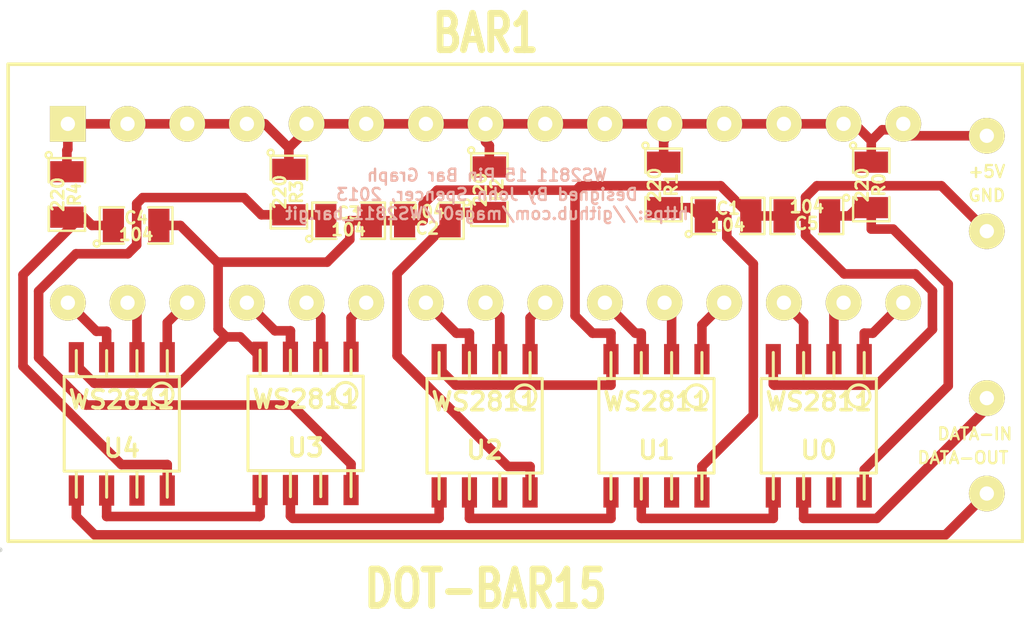
<source format=kicad_pcb>
(kicad_pcb (version 3) (host pcbnew "(2013-07-07 BZR 4022)-stable")

  (general
    (links 61)
    (no_connects 0)
    (area 83.7975 40.8716 126.969001 66.5084)
    (thickness 1.6)
    (drawings 2)
    (tracks 191)
    (zones 0)
    (modules 16)
    (nets 29)
  )

  (page A4)
  (title_block 
    (title "15 Pin Bar Graph")
    (rev 1.0)
    (company "John Spencer")
  )

  (layers
    (15 F.Cu signal)
    (0 B.Cu signal)
    (16 B.Adhes user)
    (17 F.Adhes user)
    (18 B.Paste user)
    (19 F.Paste user)
    (20 B.SilkS user)
    (21 F.SilkS user)
    (22 B.Mask user)
    (23 F.Mask user)
    (24 Dwgs.User user)
    (25 Cmts.User user)
    (26 Eco1.User user)
    (27 Eco2.User user)
    (28 Edge.Cuts user)
  )

  (setup
    (last_trace_width 0.4)
    (trace_clearance 0.254)
    (zone_clearance 0.508)
    (zone_45_only no)
    (trace_min 0.254)
    (segment_width 0.2)
    (edge_width 0.1)
    (via_size 0.889)
    (via_drill 0.635)
    (via_min_size 0.889)
    (via_min_drill 0.508)
    (uvia_size 0.508)
    (uvia_drill 0.127)
    (uvias_allowed no)
    (uvia_min_size 0.508)
    (uvia_min_drill 0.127)
    (pcb_text_width 0.3)
    (pcb_text_size 1.5 1.5)
    (mod_edge_width 0.15)
    (mod_text_size 1 1)
    (mod_text_width 0.15)
    (pad_size 1.5 1.5)
    (pad_drill 0.6)
    (pad_to_mask_clearance 0)
    (aux_axis_origin 83.8 63.7)
    (visible_elements 7FFFFFFF)
    (pcbplotparams
      (layerselection 3178497)
      (usegerberextensions true)
      (excludeedgelayer true)
      (linewidth 0.150000)
      (plotframeref false)
      (viasonmask false)
      (mode 1)
      (useauxorigin false)
      (hpglpennumber 1)
      (hpglpenspeed 20)
      (hpglpendiameter 15)
      (hpglpenoverlay 2)
      (psnegative false)
      (psa4output false)
      (plotreference true)
      (plotvalue true)
      (plotothertext true)
      (plotinvisibletext false)
      (padsonsilk false)
      (subtractmaskfromsilk false)
      (outputformat 1)
      (mirror false)
      (drillshape 1)
      (scaleselection 1)
      (outputdirectory ""))
  )

  (net 0 "")
  (net 1 +5V)
  (net 2 GND)
  (net 3 N-0000010)
  (net 4 N-0000011)
  (net 5 N-0000012)
  (net 6 N-0000013)
  (net 7 N-0000014)
  (net 8 N-0000015)
  (net 9 N-0000016)
  (net 10 N-0000017)
  (net 11 N-0000018)
  (net 12 N-0000019)
  (net 13 N-000002)
  (net 14 N-0000020)
  (net 15 N-0000021)
  (net 16 N-0000022)
  (net 17 N-0000023)
  (net 18 N-0000024)
  (net 19 N-0000026)
  (net 20 N-0000028)
  (net 21 N-000003)
  (net 22 N-0000031)
  (net 23 N-0000032)
  (net 24 N-000004)
  (net 25 N-000005)
  (net 26 N-000006)
  (net 27 N-000007)
  (net 28 N-000009)

  (net_class Default "This is the default net class."
    (clearance 0.254)
    (trace_width 0.4)
    (via_dia 0.889)
    (via_drill 0.635)
    (uvia_dia 0.508)
    (uvia_drill 0.127)
    (add_net "")
    (add_net +5V)
    (add_net GND)
    (add_net N-0000010)
    (add_net N-0000011)
    (add_net N-0000012)
    (add_net N-0000013)
    (add_net N-0000014)
    (add_net N-0000015)
    (add_net N-0000016)
    (add_net N-0000017)
    (add_net N-0000018)
    (add_net N-0000019)
    (add_net N-000002)
    (add_net N-0000020)
    (add_net N-0000021)
    (add_net N-0000022)
    (add_net N-0000023)
    (add_net N-0000024)
    (add_net N-0000026)
    (add_net N-0000028)
    (add_net N-000003)
    (add_net N-0000031)
    (add_net N-0000032)
    (add_net N-000004)
    (add_net N-000005)
    (add_net N-000006)
    (add_net N-000007)
    (add_net N-000009)
  )

  (module so-8 (layer F.Cu) (tedit 48A6C16E) (tstamp 52AD786E)
    (at 118.1 58.5 180)
    (descr SO-8)
    (path /52AD57E2)
    (attr smd)
    (fp_text reference U0 (at 0 -1.016 180) (layer F.SilkS)
      (effects (font (size 0.7493 0.7493) (thickness 0.14986)))
    )
    (fp_text value WS2811 (at 0 1.016 180) (layer F.SilkS)
      (effects (font (size 0.7493 0.7493) (thickness 0.14986)))
    )
    (fp_line (start -2.413 -1.9812) (end -2.413 1.9812) (layer F.SilkS) (width 0.127))
    (fp_line (start -2.413 1.9812) (end 2.413 1.9812) (layer F.SilkS) (width 0.127))
    (fp_line (start 2.413 1.9812) (end 2.413 -1.9812) (layer F.SilkS) (width 0.127))
    (fp_line (start 2.413 -1.9812) (end -2.413 -1.9812) (layer F.SilkS) (width 0.127))
    (fp_line (start -1.905 -1.9812) (end -1.905 -3.0734) (layer F.SilkS) (width 0.127))
    (fp_line (start -0.635 -1.9812) (end -0.635 -3.0734) (layer F.SilkS) (width 0.127))
    (fp_line (start 0.635 -1.9812) (end 0.635 -3.0734) (layer F.SilkS) (width 0.127))
    (fp_line (start 1.905 -3.0734) (end 1.905 -1.9812) (layer F.SilkS) (width 0.127))
    (fp_line (start 1.905 1.9812) (end 1.905 3.0734) (layer F.SilkS) (width 0.127))
    (fp_line (start 0.635 3.0734) (end 0.635 1.9812) (layer F.SilkS) (width 0.127))
    (fp_line (start -0.635 3.0734) (end -0.635 1.9812) (layer F.SilkS) (width 0.127))
    (fp_line (start -1.905 3.0734) (end -1.905 1.9812) (layer F.SilkS) (width 0.127))
    (fp_circle (center -1.6764 1.2446) (end -1.9558 1.6256) (layer F.SilkS) (width 0.127))
    (pad 1 smd rect (at -1.905 2.794 180) (size 0.635 1.27)
      (layers F.Cu F.Paste F.Mask)
      (net 19 N-0000026)
    )
    (pad 2 smd rect (at -0.635 2.794 180) (size 0.635 1.27)
      (layers F.Cu F.Paste F.Mask)
      (net 14 N-0000020)
    )
    (pad 3 smd rect (at 0.635 2.794 180) (size 0.635 1.27)
      (layers F.Cu F.Paste F.Mask)
      (net 11 N-0000018)
    )
    (pad 4 smd rect (at 1.905 2.794 180) (size 0.635 1.27)
      (layers F.Cu F.Paste F.Mask)
      (net 2 GND)
    )
    (pad 5 smd rect (at 1.905 -2.794 180) (size 0.635 1.27)
      (layers F.Cu F.Paste F.Mask)
      (net 8 N-0000015)
    )
    (pad 6 smd rect (at 0.635 -2.794 180) (size 0.635 1.27)
      (layers F.Cu F.Paste F.Mask)
      (net 10 N-0000017)
    )
    (pad 7 smd rect (at -0.635 -2.794 180) (size 0.635 1.27)
      (layers F.Cu F.Paste F.Mask)
    )
    (pad 8 smd rect (at -1.905 -2.794 180) (size 0.635 1.27)
      (layers F.Cu F.Paste F.Mask)
      (net 20 N-0000028)
    )
    (model smd/smd_dil/so-8.wrl
      (at (xyz 0 0 0))
      (scale (xyz 1 1 1))
      (rotate (xyz 0 0 0))
    )
  )

  (module so-8 (layer F.Cu) (tedit 48A6C16E) (tstamp 52AD7887)
    (at 111.3 58.5 180)
    (descr SO-8)
    (path /52AD6818)
    (attr smd)
    (fp_text reference U1 (at 0 -1.016 180) (layer F.SilkS)
      (effects (font (size 0.7493 0.7493) (thickness 0.14986)))
    )
    (fp_text value WS2811 (at 0 1.016 180) (layer F.SilkS)
      (effects (font (size 0.7493 0.7493) (thickness 0.14986)))
    )
    (fp_line (start -2.413 -1.9812) (end -2.413 1.9812) (layer F.SilkS) (width 0.127))
    (fp_line (start -2.413 1.9812) (end 2.413 1.9812) (layer F.SilkS) (width 0.127))
    (fp_line (start 2.413 1.9812) (end 2.413 -1.9812) (layer F.SilkS) (width 0.127))
    (fp_line (start 2.413 -1.9812) (end -2.413 -1.9812) (layer F.SilkS) (width 0.127))
    (fp_line (start -1.905 -1.9812) (end -1.905 -3.0734) (layer F.SilkS) (width 0.127))
    (fp_line (start -0.635 -1.9812) (end -0.635 -3.0734) (layer F.SilkS) (width 0.127))
    (fp_line (start 0.635 -1.9812) (end 0.635 -3.0734) (layer F.SilkS) (width 0.127))
    (fp_line (start 1.905 -3.0734) (end 1.905 -1.9812) (layer F.SilkS) (width 0.127))
    (fp_line (start 1.905 1.9812) (end 1.905 3.0734) (layer F.SilkS) (width 0.127))
    (fp_line (start 0.635 3.0734) (end 0.635 1.9812) (layer F.SilkS) (width 0.127))
    (fp_line (start -0.635 3.0734) (end -0.635 1.9812) (layer F.SilkS) (width 0.127))
    (fp_line (start -1.905 3.0734) (end -1.905 1.9812) (layer F.SilkS) (width 0.127))
    (fp_circle (center -1.6764 1.2446) (end -1.9558 1.6256) (layer F.SilkS) (width 0.127))
    (pad 1 smd rect (at -1.905 2.794 180) (size 0.635 1.27)
      (layers F.Cu F.Paste F.Mask)
      (net 23 N-0000032)
    )
    (pad 2 smd rect (at -0.635 2.794 180) (size 0.635 1.27)
      (layers F.Cu F.Paste F.Mask)
      (net 21 N-000003)
    )
    (pad 3 smd rect (at 0.635 2.794 180) (size 0.635 1.27)
      (layers F.Cu F.Paste F.Mask)
      (net 13 N-000002)
    )
    (pad 4 smd rect (at 1.905 2.794 180) (size 0.635 1.27)
      (layers F.Cu F.Paste F.Mask)
      (net 2 GND)
    )
    (pad 5 smd rect (at 1.905 -2.794 180) (size 0.635 1.27)
      (layers F.Cu F.Paste F.Mask)
      (net 7 N-0000014)
    )
    (pad 6 smd rect (at 0.635 -2.794 180) (size 0.635 1.27)
      (layers F.Cu F.Paste F.Mask)
      (net 8 N-0000015)
    )
    (pad 7 smd rect (at -0.635 -2.794 180) (size 0.635 1.27)
      (layers F.Cu F.Paste F.Mask)
    )
    (pad 8 smd rect (at -1.905 -2.794 180) (size 0.635 1.27)
      (layers F.Cu F.Paste F.Mask)
      (net 18 N-0000024)
    )
    (model smd/smd_dil/so-8.wrl
      (at (xyz 0 0 0))
      (scale (xyz 1 1 1))
      (rotate (xyz 0 0 0))
    )
  )

  (module so-8 (layer F.Cu) (tedit 52AD79F3) (tstamp 52AD78A0)
    (at 104.1 58.5 180)
    (descr SO-8)
    (path /52AD6ADC)
    (attr smd)
    (fp_text reference U2 (at 0 -1.016 180) (layer F.SilkS)
      (effects (font (size 0.7493 0.7493) (thickness 0.14986)))
    )
    (fp_text value WS2811 (at 0 1.016 180) (layer F.SilkS)
      (effects (font (size 0.7493 0.7493) (thickness 0.14986)))
    )
    (fp_line (start -2.413 -1.9812) (end -2.413 1.9812) (layer F.SilkS) (width 0.127))
    (fp_line (start -2.413 1.9812) (end 2.413 1.9812) (layer F.SilkS) (width 0.127))
    (fp_line (start 2.413 1.9812) (end 2.413 -1.9812) (layer F.SilkS) (width 0.127))
    (fp_line (start 2.413 -1.9812) (end -2.413 -1.9812) (layer F.SilkS) (width 0.127))
    (fp_line (start -1.905 -1.9812) (end -1.905 -3.0734) (layer F.SilkS) (width 0.127))
    (fp_line (start -0.635 -1.9812) (end -0.635 -3.0734) (layer F.SilkS) (width 0.127))
    (fp_line (start 0.635 -1.9812) (end 0.635 -3.0734) (layer F.SilkS) (width 0.127))
    (fp_line (start 1.905 -3.0734) (end 1.905 -1.9812) (layer F.SilkS) (width 0.127))
    (fp_line (start 1.905 1.9812) (end 1.905 3.0734) (layer F.SilkS) (width 0.127))
    (fp_line (start 0.635 3.0734) (end 0.635 1.9812) (layer F.SilkS) (width 0.127))
    (fp_line (start -0.635 3.0734) (end -0.635 1.9812) (layer F.SilkS) (width 0.127))
    (fp_line (start -1.905 3.0734) (end -1.905 1.9812) (layer F.SilkS) (width 0.127))
    (fp_circle (center -1.6764 1.2446) (end -1.9558 1.6256) (layer F.SilkS) (width 0.127))
    (pad 1 smd rect (at -1.905 2.794 180) (size 0.635 1.27)
      (layers F.Cu F.Paste F.Mask)
      (net 17 N-0000023)
    )
    (pad 2 smd rect (at -0.635 2.794 180) (size 0.635 1.27)
      (layers F.Cu F.Paste F.Mask)
      (net 26 N-000006)
    )
    (pad 3 smd rect (at 0.635 2.794 180) (size 0.635 1.27)
      (layers F.Cu F.Paste F.Mask)
      (net 16 N-0000022)
    )
    (pad 4 smd rect (at 1.905 2.794 180) (size 0.635 1.27)
      (layers F.Cu F.Paste F.Mask)
      (net 2 GND)
    )
    (pad 5 smd rect (at 1.905 -2.794 180) (size 0.635 1.27)
      (layers F.Cu F.Paste F.Mask)
      (net 28 N-000009)
    )
    (pad 6 smd rect (at 0.635 -2.794 180) (size 0.635 1.27)
      (layers F.Cu F.Paste F.Mask)
      (net 7 N-0000014)
    )
    (pad 7 smd rect (at -0.635 -2.794 180) (size 0.635 1.27)
      (layers F.Cu F.Paste F.Mask)
    )
    (pad 8 smd rect (at -1.905 -2.794 180) (size 0.635 1.27)
      (layers F.Cu F.Paste F.Mask)
      (net 22 N-0000031)
    )
    (model smd/smd_dil/so-8.wrl
      (at (xyz 0 0 0))
      (scale (xyz 1 1 1))
      (rotate (xyz 0 0 0))
    )
  )

  (module so-8 (layer F.Cu) (tedit 52AD7A0D) (tstamp 52AD78B9)
    (at 96.6 58.4 180)
    (descr SO-8)
    (path /52AD6C42)
    (attr smd)
    (fp_text reference U3 (at 0 -1.016 180) (layer F.SilkS)
      (effects (font (size 0.7493 0.7493) (thickness 0.14986)))
    )
    (fp_text value WS2811 (at 0 1.016 180) (layer F.SilkS)
      (effects (font (size 0.7493 0.7493) (thickness 0.14986)))
    )
    (fp_line (start -2.413 -1.9812) (end -2.413 1.9812) (layer F.SilkS) (width 0.127))
    (fp_line (start -2.413 1.9812) (end 2.413 1.9812) (layer F.SilkS) (width 0.127))
    (fp_line (start 2.413 1.9812) (end 2.413 -1.9812) (layer F.SilkS) (width 0.127))
    (fp_line (start 2.413 -1.9812) (end -2.413 -1.9812) (layer F.SilkS) (width 0.127))
    (fp_line (start -1.905 -1.9812) (end -1.905 -3.0734) (layer F.SilkS) (width 0.127))
    (fp_line (start -0.635 -1.9812) (end -0.635 -3.0734) (layer F.SilkS) (width 0.127))
    (fp_line (start 0.635 -1.9812) (end 0.635 -3.0734) (layer F.SilkS) (width 0.127))
    (fp_line (start 1.905 -3.0734) (end 1.905 -1.9812) (layer F.SilkS) (width 0.127))
    (fp_line (start 1.905 1.9812) (end 1.905 3.0734) (layer F.SilkS) (width 0.127))
    (fp_line (start 0.635 3.0734) (end 0.635 1.9812) (layer F.SilkS) (width 0.127))
    (fp_line (start -0.635 3.0734) (end -0.635 1.9812) (layer F.SilkS) (width 0.127))
    (fp_line (start -1.905 3.0734) (end -1.905 1.9812) (layer F.SilkS) (width 0.127))
    (fp_circle (center -1.6764 1.2446) (end -1.9558 1.6256) (layer F.SilkS) (width 0.127))
    (pad 1 smd rect (at -1.905 2.794 180) (size 0.635 1.27)
      (layers F.Cu F.Paste F.Mask)
      (net 15 N-0000021)
    )
    (pad 2 smd rect (at -0.635 2.794 180) (size 0.635 1.27)
      (layers F.Cu F.Paste F.Mask)
      (net 25 N-000005)
    )
    (pad 3 smd rect (at 0.635 2.794 180) (size 0.635 1.27)
      (layers F.Cu F.Paste F.Mask)
      (net 12 N-0000019)
    )
    (pad 4 smd rect (at 1.905 2.794 180) (size 0.635 1.27)
      (layers F.Cu F.Paste F.Mask)
      (net 2 GND)
    )
    (pad 5 smd rect (at 1.905 -2.794 180) (size 0.635 1.27)
      (layers F.Cu F.Paste F.Mask)
      (net 5 N-0000012)
    )
    (pad 6 smd rect (at 0.635 -2.794 180) (size 0.635 1.27)
      (layers F.Cu F.Paste F.Mask)
      (net 28 N-000009)
    )
    (pad 7 smd rect (at -0.635 -2.794 180) (size 0.635 1.27)
      (layers F.Cu F.Paste F.Mask)
    )
    (pad 8 smd rect (at -1.905 -2.794 180) (size 0.635 1.27)
      (layers F.Cu F.Paste F.Mask)
      (net 3 N-0000010)
    )
    (model smd/smd_dil/so-8.wrl
      (at (xyz 0 0 0))
      (scale (xyz 1 1 1))
      (rotate (xyz 0 0 0))
    )
  )

  (module so-8 (layer F.Cu) (tedit 48A6C16E) (tstamp 52AD78D2)
    (at 88.9 58.42 180)
    (descr SO-8)
    (path /52AD708C)
    (attr smd)
    (fp_text reference U4 (at 0 -1.016 180) (layer F.SilkS)
      (effects (font (size 0.7493 0.7493) (thickness 0.14986)))
    )
    (fp_text value WS2811 (at 0 1.016 180) (layer F.SilkS)
      (effects (font (size 0.7493 0.7493) (thickness 0.14986)))
    )
    (fp_line (start -2.413 -1.9812) (end -2.413 1.9812) (layer F.SilkS) (width 0.127))
    (fp_line (start -2.413 1.9812) (end 2.413 1.9812) (layer F.SilkS) (width 0.127))
    (fp_line (start 2.413 1.9812) (end 2.413 -1.9812) (layer F.SilkS) (width 0.127))
    (fp_line (start 2.413 -1.9812) (end -2.413 -1.9812) (layer F.SilkS) (width 0.127))
    (fp_line (start -1.905 -1.9812) (end -1.905 -3.0734) (layer F.SilkS) (width 0.127))
    (fp_line (start -0.635 -1.9812) (end -0.635 -3.0734) (layer F.SilkS) (width 0.127))
    (fp_line (start 0.635 -1.9812) (end 0.635 -3.0734) (layer F.SilkS) (width 0.127))
    (fp_line (start 1.905 -3.0734) (end 1.905 -1.9812) (layer F.SilkS) (width 0.127))
    (fp_line (start 1.905 1.9812) (end 1.905 3.0734) (layer F.SilkS) (width 0.127))
    (fp_line (start 0.635 3.0734) (end 0.635 1.9812) (layer F.SilkS) (width 0.127))
    (fp_line (start -0.635 3.0734) (end -0.635 1.9812) (layer F.SilkS) (width 0.127))
    (fp_line (start -1.905 3.0734) (end -1.905 1.9812) (layer F.SilkS) (width 0.127))
    (fp_circle (center -1.6764 1.2446) (end -1.9558 1.6256) (layer F.SilkS) (width 0.127))
    (pad 1 smd rect (at -1.905 2.794 180) (size 0.635 1.27)
      (layers F.Cu F.Paste F.Mask)
      (net 27 N-000007)
    )
    (pad 2 smd rect (at -0.635 2.794 180) (size 0.635 1.27)
      (layers F.Cu F.Paste F.Mask)
      (net 24 N-000004)
    )
    (pad 3 smd rect (at 0.635 2.794 180) (size 0.635 1.27)
      (layers F.Cu F.Paste F.Mask)
      (net 6 N-0000013)
    )
    (pad 4 smd rect (at 1.905 2.794 180) (size 0.635 1.27)
      (layers F.Cu F.Paste F.Mask)
      (net 2 GND)
    )
    (pad 5 smd rect (at 1.905 -2.794 180) (size 0.635 1.27)
      (layers F.Cu F.Paste F.Mask)
      (net 9 N-0000016)
    )
    (pad 6 smd rect (at 0.635 -2.794 180) (size 0.635 1.27)
      (layers F.Cu F.Paste F.Mask)
      (net 5 N-0000012)
    )
    (pad 7 smd rect (at -0.635 -2.794 180) (size 0.635 1.27)
      (layers F.Cu F.Paste F.Mask)
    )
    (pad 8 smd rect (at -1.905 -2.794 180) (size 0.635 1.27)
      (layers F.Cu F.Paste F.Mask)
      (net 4 N-0000011)
    )
    (model smd/smd_dil/so-8.wrl
      (at (xyz 0 0 0))
      (scale (xyz 1 1 1))
      (rotate (xyz 0 0 0))
    )
  )

  (module SM0805 (layer F.Cu) (tedit 5091495C) (tstamp 52AD78DF)
    (at 120.3 48.4 270)
    (path /52AD6319)
    (attr smd)
    (fp_text reference R0 (at 0 -0.3175 270) (layer F.SilkS)
      (effects (font (size 0.50038 0.50038) (thickness 0.10922)))
    )
    (fp_text value 220 (at 0 0.381 270) (layer F.SilkS)
      (effects (font (size 0.50038 0.50038) (thickness 0.10922)))
    )
    (fp_circle (center -1.651 0.762) (end -1.651 0.635) (layer F.SilkS) (width 0.09906))
    (fp_line (start -0.508 0.762) (end -1.524 0.762) (layer F.SilkS) (width 0.09906))
    (fp_line (start -1.524 0.762) (end -1.524 -0.762) (layer F.SilkS) (width 0.09906))
    (fp_line (start -1.524 -0.762) (end -0.508 -0.762) (layer F.SilkS) (width 0.09906))
    (fp_line (start 0.508 -0.762) (end 1.524 -0.762) (layer F.SilkS) (width 0.09906))
    (fp_line (start 1.524 -0.762) (end 1.524 0.762) (layer F.SilkS) (width 0.09906))
    (fp_line (start 1.524 0.762) (end 0.508 0.762) (layer F.SilkS) (width 0.09906))
    (pad 1 smd rect (at -0.9525 0 270) (size 0.889 1.397)
      (layers F.Cu F.Paste F.Mask)
      (net 1 +5V)
    )
    (pad 2 smd rect (at 0.9525 0 270) (size 0.889 1.397)
      (layers F.Cu F.Paste F.Mask)
      (net 20 N-0000028)
    )
    (model smd/chip_cms.wrl
      (at (xyz 0 0 0))
      (scale (xyz 0.1 0.1 0.1))
      (rotate (xyz 0 0 0))
    )
  )

  (module SM0805 (layer F.Cu) (tedit 5091495C) (tstamp 52AD78EC)
    (at 117.6 49.7 180)
    (path /52AD6742)
    (attr smd)
    (fp_text reference C5 (at 0 -0.3175 180) (layer F.SilkS)
      (effects (font (size 0.50038 0.50038) (thickness 0.10922)))
    )
    (fp_text value 104 (at 0 0.381 180) (layer F.SilkS)
      (effects (font (size 0.50038 0.50038) (thickness 0.10922)))
    )
    (fp_circle (center -1.651 0.762) (end -1.651 0.635) (layer F.SilkS) (width 0.09906))
    (fp_line (start -0.508 0.762) (end -1.524 0.762) (layer F.SilkS) (width 0.09906))
    (fp_line (start -1.524 0.762) (end -1.524 -0.762) (layer F.SilkS) (width 0.09906))
    (fp_line (start -1.524 -0.762) (end -0.508 -0.762) (layer F.SilkS) (width 0.09906))
    (fp_line (start 0.508 -0.762) (end 1.524 -0.762) (layer F.SilkS) (width 0.09906))
    (fp_line (start 1.524 -0.762) (end 1.524 0.762) (layer F.SilkS) (width 0.09906))
    (fp_line (start 1.524 0.762) (end 0.508 0.762) (layer F.SilkS) (width 0.09906))
    (pad 1 smd rect (at -0.9525 0 180) (size 0.889 1.397)
      (layers F.Cu F.Paste F.Mask)
      (net 20 N-0000028)
    )
    (pad 2 smd rect (at 0.9525 0 180) (size 0.889 1.397)
      (layers F.Cu F.Paste F.Mask)
      (net 2 GND)
    )
    (model smd/chip_cms.wrl
      (at (xyz 0 0 0))
      (scale (xyz 0.1 0.1 0.1))
      (rotate (xyz 0 0 0))
    )
  )

  (module SM0805 (layer F.Cu) (tedit 5091495C) (tstamp 52AD78F9)
    (at 111.6 48.4 270)
    (path /52AD681E)
    (attr smd)
    (fp_text reference R1 (at 0 -0.3175 270) (layer F.SilkS)
      (effects (font (size 0.50038 0.50038) (thickness 0.10922)))
    )
    (fp_text value 220 (at 0 0.381 270) (layer F.SilkS)
      (effects (font (size 0.50038 0.50038) (thickness 0.10922)))
    )
    (fp_circle (center -1.651 0.762) (end -1.651 0.635) (layer F.SilkS) (width 0.09906))
    (fp_line (start -0.508 0.762) (end -1.524 0.762) (layer F.SilkS) (width 0.09906))
    (fp_line (start -1.524 0.762) (end -1.524 -0.762) (layer F.SilkS) (width 0.09906))
    (fp_line (start -1.524 -0.762) (end -0.508 -0.762) (layer F.SilkS) (width 0.09906))
    (fp_line (start 0.508 -0.762) (end 1.524 -0.762) (layer F.SilkS) (width 0.09906))
    (fp_line (start 1.524 -0.762) (end 1.524 0.762) (layer F.SilkS) (width 0.09906))
    (fp_line (start 1.524 0.762) (end 0.508 0.762) (layer F.SilkS) (width 0.09906))
    (pad 1 smd rect (at -0.9525 0 270) (size 0.889 1.397)
      (layers F.Cu F.Paste F.Mask)
      (net 1 +5V)
    )
    (pad 2 smd rect (at 0.9525 0 270) (size 0.889 1.397)
      (layers F.Cu F.Paste F.Mask)
      (net 18 N-0000024)
    )
    (model smd/chip_cms.wrl
      (at (xyz 0 0 0))
      (scale (xyz 0.1 0.1 0.1))
      (rotate (xyz 0 0 0))
    )
  )

  (module SM0805 (layer F.Cu) (tedit 5091495C) (tstamp 52AD7906)
    (at 114.3 49.7)
    (path /52AD6824)
    (attr smd)
    (fp_text reference C1 (at 0 -0.3175) (layer F.SilkS)
      (effects (font (size 0.50038 0.50038) (thickness 0.10922)))
    )
    (fp_text value 104 (at 0 0.381) (layer F.SilkS)
      (effects (font (size 0.50038 0.50038) (thickness 0.10922)))
    )
    (fp_circle (center -1.651 0.762) (end -1.651 0.635) (layer F.SilkS) (width 0.09906))
    (fp_line (start -0.508 0.762) (end -1.524 0.762) (layer F.SilkS) (width 0.09906))
    (fp_line (start -1.524 0.762) (end -1.524 -0.762) (layer F.SilkS) (width 0.09906))
    (fp_line (start -1.524 -0.762) (end -0.508 -0.762) (layer F.SilkS) (width 0.09906))
    (fp_line (start 0.508 -0.762) (end 1.524 -0.762) (layer F.SilkS) (width 0.09906))
    (fp_line (start 1.524 -0.762) (end 1.524 0.762) (layer F.SilkS) (width 0.09906))
    (fp_line (start 1.524 0.762) (end 0.508 0.762) (layer F.SilkS) (width 0.09906))
    (pad 1 smd rect (at -0.9525 0) (size 0.889 1.397)
      (layers F.Cu F.Paste F.Mask)
      (net 18 N-0000024)
    )
    (pad 2 smd rect (at 0.9525 0) (size 0.889 1.397)
      (layers F.Cu F.Paste F.Mask)
      (net 2 GND)
    )
    (model smd/chip_cms.wrl
      (at (xyz 0 0 0))
      (scale (xyz 0.1 0.1 0.1))
      (rotate (xyz 0 0 0))
    )
  )

  (module SM0805 (layer F.Cu) (tedit 5091495C) (tstamp 52AD7913)
    (at 104.3 48.6 270)
    (path /52AD6AE2)
    (attr smd)
    (fp_text reference R2 (at 0 -0.3175 270) (layer F.SilkS)
      (effects (font (size 0.50038 0.50038) (thickness 0.10922)))
    )
    (fp_text value 220 (at 0 0.381 270) (layer F.SilkS)
      (effects (font (size 0.50038 0.50038) (thickness 0.10922)))
    )
    (fp_circle (center -1.651 0.762) (end -1.651 0.635) (layer F.SilkS) (width 0.09906))
    (fp_line (start -0.508 0.762) (end -1.524 0.762) (layer F.SilkS) (width 0.09906))
    (fp_line (start -1.524 0.762) (end -1.524 -0.762) (layer F.SilkS) (width 0.09906))
    (fp_line (start -1.524 -0.762) (end -0.508 -0.762) (layer F.SilkS) (width 0.09906))
    (fp_line (start 0.508 -0.762) (end 1.524 -0.762) (layer F.SilkS) (width 0.09906))
    (fp_line (start 1.524 -0.762) (end 1.524 0.762) (layer F.SilkS) (width 0.09906))
    (fp_line (start 1.524 0.762) (end 0.508 0.762) (layer F.SilkS) (width 0.09906))
    (pad 1 smd rect (at -0.9525 0 270) (size 0.889 1.397)
      (layers F.Cu F.Paste F.Mask)
      (net 1 +5V)
    )
    (pad 2 smd rect (at 0.9525 0 270) (size 0.889 1.397)
      (layers F.Cu F.Paste F.Mask)
      (net 22 N-0000031)
    )
    (model smd/chip_cms.wrl
      (at (xyz 0 0 0))
      (scale (xyz 0.1 0.1 0.1))
      (rotate (xyz 0 0 0))
    )
  )

  (module SM0805 (layer F.Cu) (tedit 5091495C) (tstamp 52AD7920)
    (at 101.7 49.9 180)
    (path /52AD6AE8)
    (attr smd)
    (fp_text reference C2 (at 0 -0.3175 180) (layer F.SilkS)
      (effects (font (size 0.50038 0.50038) (thickness 0.10922)))
    )
    (fp_text value 104 (at 0 0.381 180) (layer F.SilkS)
      (effects (font (size 0.50038 0.50038) (thickness 0.10922)))
    )
    (fp_circle (center -1.651 0.762) (end -1.651 0.635) (layer F.SilkS) (width 0.09906))
    (fp_line (start -0.508 0.762) (end -1.524 0.762) (layer F.SilkS) (width 0.09906))
    (fp_line (start -1.524 0.762) (end -1.524 -0.762) (layer F.SilkS) (width 0.09906))
    (fp_line (start -1.524 -0.762) (end -0.508 -0.762) (layer F.SilkS) (width 0.09906))
    (fp_line (start 0.508 -0.762) (end 1.524 -0.762) (layer F.SilkS) (width 0.09906))
    (fp_line (start 1.524 -0.762) (end 1.524 0.762) (layer F.SilkS) (width 0.09906))
    (fp_line (start 1.524 0.762) (end 0.508 0.762) (layer F.SilkS) (width 0.09906))
    (pad 1 smd rect (at -0.9525 0 180) (size 0.889 1.397)
      (layers F.Cu F.Paste F.Mask)
      (net 22 N-0000031)
    )
    (pad 2 smd rect (at 0.9525 0 180) (size 0.889 1.397)
      (layers F.Cu F.Paste F.Mask)
      (net 2 GND)
    )
    (model smd/chip_cms.wrl
      (at (xyz 0 0 0))
      (scale (xyz 0.1 0.1 0.1))
      (rotate (xyz 0 0 0))
    )
  )

  (module SM0805 (layer F.Cu) (tedit 5091495C) (tstamp 52AD792D)
    (at 95.9 48.7 270)
    (path /52AD6C48)
    (attr smd)
    (fp_text reference R3 (at 0 -0.3175 270) (layer F.SilkS)
      (effects (font (size 0.50038 0.50038) (thickness 0.10922)))
    )
    (fp_text value 220 (at 0 0.381 270) (layer F.SilkS)
      (effects (font (size 0.50038 0.50038) (thickness 0.10922)))
    )
    (fp_circle (center -1.651 0.762) (end -1.651 0.635) (layer F.SilkS) (width 0.09906))
    (fp_line (start -0.508 0.762) (end -1.524 0.762) (layer F.SilkS) (width 0.09906))
    (fp_line (start -1.524 0.762) (end -1.524 -0.762) (layer F.SilkS) (width 0.09906))
    (fp_line (start -1.524 -0.762) (end -0.508 -0.762) (layer F.SilkS) (width 0.09906))
    (fp_line (start 0.508 -0.762) (end 1.524 -0.762) (layer F.SilkS) (width 0.09906))
    (fp_line (start 1.524 -0.762) (end 1.524 0.762) (layer F.SilkS) (width 0.09906))
    (fp_line (start 1.524 0.762) (end 0.508 0.762) (layer F.SilkS) (width 0.09906))
    (pad 1 smd rect (at -0.9525 0 270) (size 0.889 1.397)
      (layers F.Cu F.Paste F.Mask)
      (net 1 +5V)
    )
    (pad 2 smd rect (at 0.9525 0 270) (size 0.889 1.397)
      (layers F.Cu F.Paste F.Mask)
      (net 3 N-0000010)
    )
    (model smd/chip_cms.wrl
      (at (xyz 0 0 0))
      (scale (xyz 0.1 0.1 0.1))
      (rotate (xyz 0 0 0))
    )
  )

  (module SM0805 (layer F.Cu) (tedit 5091495C) (tstamp 52AD793A)
    (at 98.4 49.9)
    (path /52AD6C4E)
    (attr smd)
    (fp_text reference C3 (at 0 -0.3175) (layer F.SilkS)
      (effects (font (size 0.50038 0.50038) (thickness 0.10922)))
    )
    (fp_text value 104 (at 0 0.381) (layer F.SilkS)
      (effects (font (size 0.50038 0.50038) (thickness 0.10922)))
    )
    (fp_circle (center -1.651 0.762) (end -1.651 0.635) (layer F.SilkS) (width 0.09906))
    (fp_line (start -0.508 0.762) (end -1.524 0.762) (layer F.SilkS) (width 0.09906))
    (fp_line (start -1.524 0.762) (end -1.524 -0.762) (layer F.SilkS) (width 0.09906))
    (fp_line (start -1.524 -0.762) (end -0.508 -0.762) (layer F.SilkS) (width 0.09906))
    (fp_line (start 0.508 -0.762) (end 1.524 -0.762) (layer F.SilkS) (width 0.09906))
    (fp_line (start 1.524 -0.762) (end 1.524 0.762) (layer F.SilkS) (width 0.09906))
    (fp_line (start 1.524 0.762) (end 0.508 0.762) (layer F.SilkS) (width 0.09906))
    (pad 1 smd rect (at -0.9525 0) (size 0.889 1.397)
      (layers F.Cu F.Paste F.Mask)
      (net 3 N-0000010)
    )
    (pad 2 smd rect (at 0.9525 0) (size 0.889 1.397)
      (layers F.Cu F.Paste F.Mask)
      (net 2 GND)
    )
    (model smd/chip_cms.wrl
      (at (xyz 0 0 0))
      (scale (xyz 0.1 0.1 0.1))
      (rotate (xyz 0 0 0))
    )
  )

  (module SM0805 (layer F.Cu) (tedit 5091495C) (tstamp 52AD7947)
    (at 86.6 48.8 270)
    (path /52AD7092)
    (attr smd)
    (fp_text reference R4 (at 0 -0.3175 270) (layer F.SilkS)
      (effects (font (size 0.50038 0.50038) (thickness 0.10922)))
    )
    (fp_text value 220 (at 0 0.381 270) (layer F.SilkS)
      (effects (font (size 0.50038 0.50038) (thickness 0.10922)))
    )
    (fp_circle (center -1.651 0.762) (end -1.651 0.635) (layer F.SilkS) (width 0.09906))
    (fp_line (start -0.508 0.762) (end -1.524 0.762) (layer F.SilkS) (width 0.09906))
    (fp_line (start -1.524 0.762) (end -1.524 -0.762) (layer F.SilkS) (width 0.09906))
    (fp_line (start -1.524 -0.762) (end -0.508 -0.762) (layer F.SilkS) (width 0.09906))
    (fp_line (start 0.508 -0.762) (end 1.524 -0.762) (layer F.SilkS) (width 0.09906))
    (fp_line (start 1.524 -0.762) (end 1.524 0.762) (layer F.SilkS) (width 0.09906))
    (fp_line (start 1.524 0.762) (end 0.508 0.762) (layer F.SilkS) (width 0.09906))
    (pad 1 smd rect (at -0.9525 0 270) (size 0.889 1.397)
      (layers F.Cu F.Paste F.Mask)
      (net 1 +5V)
    )
    (pad 2 smd rect (at 0.9525 0 270) (size 0.889 1.397)
      (layers F.Cu F.Paste F.Mask)
      (net 4 N-0000011)
    )
    (model smd/chip_cms.wrl
      (at (xyz 0 0 0))
      (scale (xyz 0.1 0.1 0.1))
      (rotate (xyz 0 0 0))
    )
  )

  (module SM0805 (layer F.Cu) (tedit 5091495C) (tstamp 52AD7954)
    (at 89.5 50.1)
    (path /52AD7098)
    (attr smd)
    (fp_text reference C4 (at 0 -0.3175) (layer F.SilkS)
      (effects (font (size 0.50038 0.50038) (thickness 0.10922)))
    )
    (fp_text value 104 (at 0 0.381) (layer F.SilkS)
      (effects (font (size 0.50038 0.50038) (thickness 0.10922)))
    )
    (fp_circle (center -1.651 0.762) (end -1.651 0.635) (layer F.SilkS) (width 0.09906))
    (fp_line (start -0.508 0.762) (end -1.524 0.762) (layer F.SilkS) (width 0.09906))
    (fp_line (start -1.524 0.762) (end -1.524 -0.762) (layer F.SilkS) (width 0.09906))
    (fp_line (start -1.524 -0.762) (end -0.508 -0.762) (layer F.SilkS) (width 0.09906))
    (fp_line (start 0.508 -0.762) (end 1.524 -0.762) (layer F.SilkS) (width 0.09906))
    (fp_line (start 1.524 -0.762) (end 1.524 0.762) (layer F.SilkS) (width 0.09906))
    (fp_line (start 1.524 0.762) (end 0.508 0.762) (layer F.SilkS) (width 0.09906))
    (pad 1 smd rect (at -0.9525 0) (size 0.889 1.397)
      (layers F.Cu F.Paste F.Mask)
      (net 4 N-0000011)
    )
    (pad 2 smd rect (at 0.9525 0) (size 0.889 1.397)
      (layers F.Cu F.Paste F.Mask)
      (net 2 GND)
    )
    (model smd/chip_cms.wrl
      (at (xyz 0 0 0))
      (scale (xyz 0.1 0.1 0.1))
      (rotate (xyz 0 0 0))
    )
  )

  (module 15_PIN_BAR   locked (layer F.Cu) (tedit 52CFEED6) (tstamp 52AD797E)
    (at 104.14 53.34)
    (descr "14 pins DIL package, round pads")
    (tags DIL)
    (path /52ADA731)
    (fp_text reference BAR1 (at 0 -11.3) (layer F.SilkS)
      (effects (font (size 1.524 1.143) (thickness 0.3048)))
    )
    (fp_text value DOT-BAR15 (at 0 12) (layer F.SilkS)
      (effects (font (size 1.524 1.143) (thickness 0.3048)))
    )
    (fp_text user DATA-OUT (at 20 6.5) (layer F.SilkS)
      (effects (font (size 0.5 0.5) (thickness 0.1)))
    )
    (fp_text user DATA-IN (at 20.5 5.5) (layer F.SilkS)
      (effects (font (size 0.5 0.5) (thickness 0.1)))
    )
    (fp_text user GND (at 21 -4.5) (layer F.SilkS)
      (effects (font (size 0.5 0.5) (thickness 0.1)))
    )
    (fp_text user +5V (at 21 -5.5) (layer F.SilkS)
      (effects (font (size 0.5 0.5) (thickness 0.1)))
    )
    (fp_line (start -20 -10) (end 22.5 -10) (layer F.SilkS) (width 0.15))
    (fp_line (start 22.5 -10) (end 22.5 10) (layer F.SilkS) (width 0.15))
    (fp_line (start 22.5 10) (end -20 10) (layer F.SilkS) (width 0.15))
    (fp_line (start -20 10) (end -20 -10) (layer F.SilkS) (width 0.15))
    (pad 16 thru_hole circle (at 17.5 0) (size 1.5 1.5) (drill 0.6)
      (layers *.Cu *.Mask F.SilkS)
      (net 19 N-0000026)
    )
    (pad 17 thru_hole circle (at 15 0) (size 1.5 1.5) (drill 0.6)
      (layers *.Cu *.Mask F.SilkS)
      (net 14 N-0000020)
    )
    (pad 18 thru_hole circle (at 12.5 0) (size 1.5 1.5) (drill 0.6)
      (layers *.Cu *.Mask F.SilkS)
      (net 11 N-0000018)
    )
    (pad 19 thru_hole circle (at 10 0) (size 1.5 1.5) (drill 0.6)
      (layers *.Cu *.Mask F.SilkS)
      (net 23 N-0000032)
    )
    (pad 20 thru_hole circle (at 7.5 0) (size 1.5 1.5) (drill 0.6)
      (layers *.Cu *.Mask F.SilkS)
      (net 21 N-000003)
    )
    (pad 21 thru_hole circle (at 5 0) (size 1.5 1.5) (drill 0.6)
      (layers *.Cu *.Mask F.SilkS)
      (net 13 N-000002)
    )
    (pad 22 thru_hole circle (at 2.5 0) (size 1.5 1.5) (drill 0.6)
      (layers *.Cu *.Mask F.SilkS)
      (net 17 N-0000023)
    )
    (pad 23 thru_hole circle (at 0 0) (size 1.5 1.5) (drill 0.6)
      (layers *.Cu *.Mask F.SilkS)
      (net 26 N-000006)
    )
    (pad 24 thru_hole circle (at -2.5 0) (size 1.5 1.5) (drill 0.6)
      (layers *.Cu *.Mask F.SilkS)
      (net 16 N-0000022)
    )
    (pad 25 thru_hole circle (at -5 0) (size 1.5 1.5) (drill 0.6)
      (layers *.Cu *.Mask F.SilkS)
      (net 15 N-0000021)
    )
    (pad 26 thru_hole circle (at -7.5 0) (size 1.5 1.5) (drill 0.6)
      (layers *.Cu *.Mask F.SilkS)
      (net 25 N-000005)
    )
    (pad 27 thru_hole circle (at -10 0) (size 1.5 1.5) (drill 0.6)
      (layers *.Cu *.Mask F.SilkS)
      (net 12 N-0000019)
    )
    (pad 28 thru_hole circle (at -12.5 0) (size 1.5 1.5) (drill 0.6)
      (layers *.Cu *.Mask F.SilkS)
      (net 27 N-000007)
    )
    (pad 29 thru_hole circle (at -15 0) (size 1.5 1.5) (drill 0.6)
      (layers *.Cu *.Mask F.SilkS)
      (net 24 N-000004)
    )
    (pad 1 thru_hole rect (at -17.5 -7.5) (size 1.5 1.5) (drill 0.6)
      (layers *.Cu *.Mask F.SilkS)
      (net 1 +5V)
    )
    (pad 2 thru_hole circle (at -15 -7.5) (size 1.5 1.5) (drill 0.6)
      (layers *.Cu *.Mask F.SilkS)
      (net 1 +5V)
    )
    (pad 3 thru_hole circle (at -12.5 -7.5) (size 1.5 1.5) (drill 0.6)
      (layers *.Cu *.Mask F.SilkS)
      (net 1 +5V)
    )
    (pad 4 thru_hole circle (at -10 -7.5) (size 1.5 1.5) (drill 0.6)
      (layers *.Cu *.Mask F.SilkS)
      (net 1 +5V)
    )
    (pad 5 thru_hole circle (at -7.5 -7.5) (size 1.5 1.5) (drill 0.6)
      (layers *.Cu *.Mask F.SilkS)
      (net 1 +5V)
    )
    (pad 6 thru_hole circle (at -5 -7.5) (size 1.5 1.5) (drill 0.6)
      (layers *.Cu *.Mask F.SilkS)
      (net 1 +5V)
    )
    (pad 7 thru_hole circle (at -2.5 -7.5) (size 1.5 1.5) (drill 0.6)
      (layers *.Cu *.Mask F.SilkS)
      (net 1 +5V)
    )
    (pad 8 thru_hole circle (at 0 -7.5) (size 1.5 1.5) (drill 0.6)
      (layers *.Cu *.Mask F.SilkS)
      (net 1 +5V)
    )
    (pad 9 thru_hole circle (at 2.5 -7.5) (size 1.5 1.5) (drill 0.6)
      (layers *.Cu *.Mask F.SilkS)
      (net 1 +5V)
    )
    (pad 10 thru_hole circle (at 5 -7.5) (size 1.5 1.5) (drill 0.6)
      (layers *.Cu *.Mask F.SilkS)
      (net 1 +5V)
    )
    (pad 11 thru_hole circle (at 7.5 -7.5) (size 1.5 1.5) (drill 0.6)
      (layers *.Cu *.Mask F.SilkS)
      (net 1 +5V)
    )
    (pad 12 thru_hole circle (at 10 -7.5) (size 1.5 1.5) (drill 0.6)
      (layers *.Cu *.Mask F.SilkS)
      (net 1 +5V)
    )
    (pad 13 thru_hole circle (at 12.5 -7.5) (size 1.5 1.5) (drill 0.6)
      (layers *.Cu *.Mask F.SilkS)
      (net 1 +5V)
    )
    (pad 14 thru_hole circle (at 15 -7.5) (size 1.5 1.5) (drill 0.6)
      (layers *.Cu *.Mask F.SilkS)
      (net 1 +5V)
    )
    (pad 15 thru_hole circle (at 17.5 -7.5) (size 1.5 1.5) (drill 0.6)
      (layers *.Cu *.Mask F.SilkS)
      (net 1 +5V)
    )
    (pad 30 thru_hole circle (at -17.5 0) (size 1.5 1.5) (drill 0.6)
      (layers *.Cu *.Mask F.SilkS)
      (net 6 N-0000013)
    )
    (pad 31 thru_hole circle (at 21 -7) (size 1.5 1.5) (drill 0.6)
      (layers *.Cu *.Mask F.SilkS)
      (net 1 +5V)
    )
    (pad 32 thru_hole circle (at 21 -3) (size 1.5 1.5) (drill 0.6)
      (layers *.Cu *.Mask F.SilkS)
      (net 2 GND)
    )
    (pad 33 thru_hole circle (at 21 8) (size 1.5 1.5) (drill 0.6)
      (layers *.Cu *.Mask F.SilkS)
      (net 9 N-0000016)
    )
    (pad 34 thru_hole circle (at 21 4) (size 1.5 1.5) (drill 0.6)
      (layers *.Cu *.Mask F.SilkS)
      (net 10 N-0000017)
    )
    (model dil/dil_14.wrl
      (at (xyz 0 0 0))
      (scale (xyz 1 1 1))
      (rotate (xyz 0 0 0))
    )
  )

  (gr_text "WS2811 15 Pin Bar Graph\nDesigned By John Spencer, 2013\nhttps://github.com/mage0r/WS2811_bar.git" (at 104.2 48.8) (layer B.SilkS)
    (effects (font (size 0.5 0.5) (thickness 0.1)) (justify mirror))
  )
  (target plus (at 83.8 63.7) (size 0.005) (width 0.1) (layer Edge.Cuts))

  (segment (start 116.64 45.84) (end 114.14 45.84) (width 0.4) (layer F.Cu) (net 1))
  (segment (start 114.14 45.84) (end 111.64 45.84) (width 0.4) (layer F.Cu) (net 1))
  (segment (start 111.64 45.84) (end 109.14 45.84) (width 0.4) (layer F.Cu) (net 1))
  (segment (start 109.14 45.84) (end 106.64 45.84) (width 0.4) (layer F.Cu) (net 1))
  (segment (start 106.64 45.84) (end 104.14 45.84) (width 0.4) (layer F.Cu) (net 1))
  (segment (start 89.14 45.84) (end 86.64 45.84) (width 0.4) (layer F.Cu) (net 1))
  (segment (start 86.64 46.9087) (end 86.64 45.84) (width 0.4) (layer F.Cu) (net 1))
  (segment (start 86.6 46.9487) (end 86.64 46.9087) (width 0.4) (layer F.Cu) (net 1))
  (segment (start 86.6 47.8475) (end 86.6 46.9487) (width 0.4) (layer F.Cu) (net 1))
  (segment (start 104.14 46.5887) (end 104.14 45.84) (width 0.4) (layer F.Cu) (net 1))
  (segment (start 104.3 46.7487) (end 104.14 46.5887) (width 0.4) (layer F.Cu) (net 1))
  (segment (start 104.3 47.6475) (end 104.3 46.7487) (width 0.4) (layer F.Cu) (net 1))
  (segment (start 111.64 46.5087) (end 111.64 45.84) (width 0.4) (layer F.Cu) (net 1))
  (segment (start 111.6 46.5487) (end 111.64 46.5087) (width 0.4) (layer F.Cu) (net 1))
  (segment (start 111.6 47.4475) (end 111.6 46.5487) (width 0.4) (layer F.Cu) (net 1))
  (segment (start 120.3 47.4475) (end 120.3 46.5487) (width 0.4) (layer F.Cu) (net 1))
  (segment (start 121.64 46.09) (end 121.64 45.84) (width 0.4) (layer F.Cu) (net 1))
  (segment (start 121.89 46.34) (end 121.64 46.09) (width 0.4) (layer F.Cu) (net 1))
  (segment (start 125.14 46.34) (end 121.89 46.34) (width 0.4) (layer F.Cu) (net 1))
  (segment (start 120.7587 46.09) (end 120.3 46.5487) (width 0.4) (layer F.Cu) (net 1))
  (segment (start 121.64 46.09) (end 120.7587 46.09) (width 0.4) (layer F.Cu) (net 1))
  (segment (start 116.64 45.84) (end 119.14 45.84) (width 0.4) (layer F.Cu) (net 1))
  (segment (start 119.5913 45.84) (end 120.3 46.5487) (width 0.4) (layer F.Cu) (net 1))
  (segment (start 119.14 45.84) (end 119.5913 45.84) (width 0.4) (layer F.Cu) (net 1))
  (segment (start 91.64 45.84) (end 89.14 45.84) (width 0.4) (layer F.Cu) (net 1))
  (segment (start 95.9 47.7475) (end 95.9 46.8487) (width 0.4) (layer F.Cu) (net 1))
  (segment (start 91.64 45.84) (end 94.14 45.84) (width 0.4) (layer F.Cu) (net 1))
  (segment (start 94.8913 45.84) (end 95.9 46.8487) (width 0.4) (layer F.Cu) (net 1))
  (segment (start 94.14 45.84) (end 94.8913 45.84) (width 0.4) (layer F.Cu) (net 1))
  (segment (start 99.14 45.84) (end 96.64 45.84) (width 0.4) (layer F.Cu) (net 1))
  (segment (start 96.64 46.1087) (end 95.9 46.8487) (width 0.4) (layer F.Cu) (net 1))
  (segment (start 96.64 45.84) (end 96.64 46.1087) (width 0.4) (layer F.Cu) (net 1))
  (segment (start 104.14 45.84) (end 101.64 45.84) (width 0.4) (layer F.Cu) (net 1))
  (segment (start 101.64 45.84) (end 99.14 45.84) (width 0.4) (layer F.Cu) (net 1))
  (segment (start 116.6475 49.7) (end 117.5463 49.7) (width 0.4) (layer F.Cu) (net 2))
  (segment (start 115.2525 49.7) (end 116.6475 49.7) (width 0.4) (layer F.Cu) (net 2))
  (segment (start 90.4525 50.1) (end 91.3513 50.1) (width 0.4) (layer F.Cu) (net 2))
  (segment (start 99.3525 49.9) (end 98.4537 49.9) (width 0.4) (layer F.Cu) (net 2))
  (segment (start 97.5014 51.6387) (end 92.9356 51.6387) (width 0.4) (layer F.Cu) (net 2))
  (segment (start 98.4537 50.6864) (end 97.5014 51.6387) (width 0.4) (layer F.Cu) (net 2))
  (segment (start 98.4537 49.9) (end 98.4537 50.6864) (width 0.4) (layer F.Cu) (net 2))
  (segment (start 92.89 51.6387) (end 91.3513 50.1) (width 0.4) (layer F.Cu) (net 2))
  (segment (start 92.9356 51.6387) (end 92.89 51.6387) (width 0.4) (layer F.Cu) (net 2))
  (segment (start 93.8607 54.7717) (end 94.695 55.606) (width 0.4) (layer F.Cu) (net 2))
  (segment (start 93.2629 54.7717) (end 93.8607 54.7717) (width 0.4) (layer F.Cu) (net 2))
  (segment (start 91.3192 56.7154) (end 93.2629 54.7717) (width 0.4) (layer F.Cu) (net 2))
  (segment (start 87.749 56.7154) (end 91.3192 56.7154) (width 0.4) (layer F.Cu) (net 2))
  (segment (start 86.995 55.9614) (end 87.749 56.7154) (width 0.4) (layer F.Cu) (net 2))
  (segment (start 86.995 55.626) (end 86.995 55.9614) (width 0.4) (layer F.Cu) (net 2))
  (segment (start 92.9356 54.4444) (end 92.9356 51.6387) (width 0.4) (layer F.Cu) (net 2))
  (segment (start 93.2629 54.7717) (end 92.9356 54.4444) (width 0.4) (layer F.Cu) (net 2))
  (segment (start 117.5463 48.9135) (end 117.5463 49.7) (width 0.4) (layer F.Cu) (net 2))
  (segment (start 118.0229 48.4369) (end 117.5463 48.9135) (width 0.4) (layer F.Cu) (net 2))
  (segment (start 123.2369 48.4369) (end 118.0229 48.4369) (width 0.4) (layer F.Cu) (net 2))
  (segment (start 125.14 50.34) (end 123.2369 48.4369) (width 0.4) (layer F.Cu) (net 2))
  (segment (start 116.195 55.706) (end 116.195 56.7577) (width 0.4) (layer F.Cu) (net 2))
  (segment (start 116.2333 56.796) (end 116.195 56.7577) (width 0.4) (layer F.Cu) (net 2))
  (segment (start 120.5237 56.796) (end 116.2333 56.796) (width 0.4) (layer F.Cu) (net 2))
  (segment (start 122.8622 54.4575) (end 120.5237 56.796) (width 0.4) (layer F.Cu) (net 2))
  (segment (start 122.8622 52.8526) (end 122.8622 54.4575) (width 0.4) (layer F.Cu) (net 2))
  (segment (start 122.1407 52.1311) (end 122.8622 52.8526) (width 0.4) (layer F.Cu) (net 2))
  (segment (start 119.1657 52.1311) (end 122.1407 52.1311) (width 0.4) (layer F.Cu) (net 2))
  (segment (start 117.5463 50.5117) (end 119.1657 52.1311) (width 0.4) (layer F.Cu) (net 2))
  (segment (start 117.5463 49.7) (end 117.5463 50.5117) (width 0.4) (layer F.Cu) (net 2))
  (segment (start 99.3525 49.9) (end 100.2513 49.9) (width 0.4) (layer F.Cu) (net 2))
  (segment (start 100.2513 49.9) (end 100.7475 49.9) (width 0.4) (layer F.Cu) (net 2))
  (segment (start 100.7475 49.9) (end 101.524 49.9) (width 0.4) (layer F.Cu) (net 2))
  (segment (start 109.395 55.706) (end 109.395 54.6167) (width 0.4) (layer F.Cu) (net 2))
  (segment (start 113.9894 48.4369) (end 115.2525 49.7) (width 0.4) (layer F.Cu) (net 2))
  (segment (start 108.1191 48.4369) (end 113.9894 48.4369) (width 0.4) (layer F.Cu) (net 2))
  (segment (start 107.89 48.666) (end 108.1191 48.4369) (width 0.4) (layer F.Cu) (net 2))
  (segment (start 107.8442 48.6202) (end 107.89 48.666) (width 0.4) (layer F.Cu) (net 2))
  (segment (start 102.1172 48.6202) (end 107.8442 48.6202) (width 0.4) (layer F.Cu) (net 2))
  (segment (start 101.524 49.2134) (end 102.1172 48.6202) (width 0.4) (layer F.Cu) (net 2))
  (segment (start 101.524 49.9) (end 101.524 49.2134) (width 0.4) (layer F.Cu) (net 2))
  (segment (start 108.6232 54.6167) (end 109.395 54.6167) (width 0.4) (layer F.Cu) (net 2))
  (segment (start 107.89 53.8835) (end 108.6232 54.6167) (width 0.4) (layer F.Cu) (net 2))
  (segment (start 107.89 48.666) (end 107.89 53.8835) (width 0.4) (layer F.Cu) (net 2))
  (segment (start 102.8847 56.7953) (end 109.395 56.7953) (width 0.4) (layer F.Cu) (net 2))
  (segment (start 102.195 56.1056) (end 102.8847 56.7953) (width 0.4) (layer F.Cu) (net 2))
  (segment (start 102.195 55.706) (end 102.195 56.1056) (width 0.4) (layer F.Cu) (net 2))
  (segment (start 109.395 55.706) (end 109.395 56.7953) (width 0.4) (layer F.Cu) (net 2))
  (segment (start 96.0308 57.6305) (end 98.505 60.1047) (width 0.4) (layer F.Cu) (net 3))
  (segment (start 87.4034 57.6305) (end 96.0308 57.6305) (width 0.4) (layer F.Cu) (net 3))
  (segment (start 85.4158 55.6429) (end 87.4034 57.6305) (width 0.4) (layer F.Cu) (net 3))
  (segment (start 85.4158 52.8543) (end 85.4158 55.6429) (width 0.4) (layer F.Cu) (net 3))
  (segment (start 86.9825 51.2876) (end 85.4158 52.8543) (width 0.4) (layer F.Cu) (net 3))
  (segment (start 89.1527 51.2876) (end 86.9825 51.2876) (width 0.4) (layer F.Cu) (net 3))
  (segment (start 89.5239 50.9164) (end 89.1527 51.2876) (width 0.4) (layer F.Cu) (net 3))
  (segment (start 89.5239 49.1876) (end 89.5239 50.9164) (width 0.4) (layer F.Cu) (net 3))
  (segment (start 89.7803 48.9312) (end 89.5239 49.1876) (width 0.4) (layer F.Cu) (net 3))
  (segment (start 94.0259 48.9312) (end 89.7803 48.9312) (width 0.4) (layer F.Cu) (net 3))
  (segment (start 94.7472 49.6525) (end 94.0259 48.9312) (width 0.4) (layer F.Cu) (net 3))
  (segment (start 95.9 49.6525) (end 94.7472 49.6525) (width 0.4) (layer F.Cu) (net 3))
  (segment (start 98.505 61.194) (end 98.505 60.1047) (width 0.4) (layer F.Cu) (net 3))
  (segment (start 97.3003 49.9) (end 97.0528 49.6525) (width 0.4) (layer F.Cu) (net 3))
  (segment (start 97.4475 49.9) (end 97.3003 49.9) (width 0.4) (layer F.Cu) (net 3))
  (segment (start 95.9 49.6525) (end 97.0528 49.6525) (width 0.4) (layer F.Cu) (net 3))
  (segment (start 86.6 49.7525) (end 87.1764 49.7525) (width 0.4) (layer F.Cu) (net 4))
  (segment (start 90.805 61.214) (end 90.805 60.1247) (width 0.4) (layer F.Cu) (net 4))
  (segment (start 88.8811 60.1247) (end 90.805 60.1247) (width 0.4) (layer F.Cu) (net 4))
  (segment (start 84.7615 56.0051) (end 88.8811 60.1247) (width 0.4) (layer F.Cu) (net 4))
  (segment (start 84.7615 52.1674) (end 84.7615 56.0051) (width 0.4) (layer F.Cu) (net 4))
  (segment (start 87.1764 49.7525) (end 84.7615 52.1674) (width 0.4) (layer F.Cu) (net 4))
  (segment (start 87.3012 49.7525) (end 87.1764 49.7525) (width 0.4) (layer F.Cu) (net 4))
  (segment (start 87.6487 50.1) (end 87.3012 49.7525) (width 0.4) (layer F.Cu) (net 4))
  (segment (start 88.5475 50.1) (end 87.6487 50.1) (width 0.4) (layer F.Cu) (net 4))
  (segment (start 88.265 61.214) (end 88.265 62.3033) (width 0.4) (layer F.Cu) (net 5))
  (segment (start 94.675 62.3033) (end 94.695 62.2833) (width 0.4) (layer F.Cu) (net 5))
  (segment (start 88.265 62.3033) (end 94.675 62.3033) (width 0.4) (layer F.Cu) (net 5))
  (segment (start 94.695 61.194) (end 94.695 62.2833) (width 0.4) (layer F.Cu) (net 5))
  (segment (start 87.8367 54.5367) (end 88.265 54.5367) (width 0.4) (layer F.Cu) (net 6))
  (segment (start 86.64 53.34) (end 87.8367 54.5367) (width 0.4) (layer F.Cu) (net 6))
  (segment (start 88.265 55.626) (end 88.265 54.5367) (width 0.4) (layer F.Cu) (net 6))
  (segment (start 103.465 62.3833) (end 109.395 62.3833) (width 0.4) (layer F.Cu) (net 7))
  (segment (start 103.465 61.294) (end 103.465 62.3833) (width 0.4) (layer F.Cu) (net 7))
  (segment (start 109.395 61.294) (end 109.395 62.3833) (width 0.4) (layer F.Cu) (net 7))
  (segment (start 110.665 62.3833) (end 116.195 62.3833) (width 0.4) (layer F.Cu) (net 8))
  (segment (start 110.665 61.294) (end 110.665 62.3833) (width 0.4) (layer F.Cu) (net 8))
  (segment (start 116.195 61.294) (end 116.195 62.3833) (width 0.4) (layer F.Cu) (net 8))
  (segment (start 86.995 61.214) (end 86.995 62.3033) (width 0.4) (layer F.Cu) (net 9))
  (segment (start 123.4082 63.0718) (end 125.14 61.34) (width 0.4) (layer F.Cu) (net 9))
  (segment (start 87.7635 63.0718) (end 123.4082 63.0718) (width 0.4) (layer F.Cu) (net 9))
  (segment (start 86.995 62.3033) (end 87.7635 63.0718) (width 0.4) (layer F.Cu) (net 9))
  (segment (start 120.528 62.3833) (end 117.465 62.3833) (width 0.4) (layer F.Cu) (net 10))
  (segment (start 125.14 57.7713) (end 120.528 62.3833) (width 0.4) (layer F.Cu) (net 10))
  (segment (start 125.14 57.34) (end 125.14 57.7713) (width 0.4) (layer F.Cu) (net 10))
  (segment (start 117.465 61.294) (end 117.465 62.3833) (width 0.4) (layer F.Cu) (net 10))
  (segment (start 117.465 54.165) (end 117.465 55.706) (width 0.4) (layer F.Cu) (net 11))
  (segment (start 116.64 53.34) (end 117.465 54.165) (width 0.4) (layer F.Cu) (net 11))
  (segment (start 95.3167 54.5167) (end 95.965 54.5167) (width 0.4) (layer F.Cu) (net 12))
  (segment (start 94.14 53.34) (end 95.3167 54.5167) (width 0.4) (layer F.Cu) (net 12))
  (segment (start 95.965 55.606) (end 95.965 54.5167) (width 0.4) (layer F.Cu) (net 12))
  (segment (start 110.4167 54.6167) (end 110.665 54.6167) (width 0.4) (layer F.Cu) (net 13))
  (segment (start 109.14 53.34) (end 110.4167 54.6167) (width 0.4) (layer F.Cu) (net 13))
  (segment (start 110.665 55.706) (end 110.665 54.6167) (width 0.4) (layer F.Cu) (net 13))
  (segment (start 118.735 53.745) (end 118.735 55.706) (width 0.4) (layer F.Cu) (net 14))
  (segment (start 119.14 53.34) (end 118.735 53.745) (width 0.4) (layer F.Cu) (net 14))
  (segment (start 98.505 53.975) (end 98.505 55.606) (width 0.4) (layer F.Cu) (net 15))
  (segment (start 99.14 53.34) (end 98.505 53.975) (width 0.4) (layer F.Cu) (net 15))
  (segment (start 102.9167 54.6167) (end 103.465 54.6167) (width 0.4) (layer F.Cu) (net 16))
  (segment (start 101.64 53.34) (end 102.9167 54.6167) (width 0.4) (layer F.Cu) (net 16))
  (segment (start 103.465 55.706) (end 103.465 54.6167) (width 0.4) (layer F.Cu) (net 16))
  (segment (start 106.005 53.975) (end 106.005 55.706) (width 0.4) (layer F.Cu) (net 17))
  (segment (start 106.64 53.34) (end 106.005 53.975) (width 0.4) (layer F.Cu) (net 17))
  (segment (start 111.6 49.3525) (end 112.7528 49.3525) (width 0.4) (layer F.Cu) (net 18))
  (segment (start 113.1003 49.7) (end 113.3475 49.7) (width 0.4) (layer F.Cu) (net 18))
  (segment (start 112.7528 49.3525) (end 113.1003 49.7) (width 0.4) (layer F.Cu) (net 18))
  (segment (start 115.3587 58.051) (end 113.205 60.2047) (width 0.4) (layer F.Cu) (net 18))
  (segment (start 115.3587 51.7112) (end 115.3587 58.051) (width 0.4) (layer F.Cu) (net 18))
  (segment (start 114.2463 50.5988) (end 115.3587 51.7112) (width 0.4) (layer F.Cu) (net 18))
  (segment (start 114.2463 49.7) (end 114.2463 50.5988) (width 0.4) (layer F.Cu) (net 18))
  (segment (start 113.3475 49.7) (end 114.2463 49.7) (width 0.4) (layer F.Cu) (net 18))
  (segment (start 113.205 61.294) (end 113.205 60.2047) (width 0.4) (layer F.Cu) (net 18))
  (segment (start 120.3633 54.6167) (end 120.005 54.6167) (width 0.4) (layer F.Cu) (net 19))
  (segment (start 121.64 53.34) (end 120.3633 54.6167) (width 0.4) (layer F.Cu) (net 19))
  (segment (start 120.005 55.706) (end 120.005 54.6167) (width 0.4) (layer F.Cu) (net 19))
  (segment (start 120.3 49.3525) (end 119.7236 49.3525) (width 0.4) (layer F.Cu) (net 20))
  (segment (start 119.4513 49.6248) (end 119.7236 49.3525) (width 0.4) (layer F.Cu) (net 20))
  (segment (start 119.4513 49.7) (end 119.4513 49.6248) (width 0.4) (layer F.Cu) (net 20))
  (segment (start 118.5525 49.7) (end 119.4513 49.7) (width 0.4) (layer F.Cu) (net 20))
  (segment (start 120.3 49.3525) (end 120.3 50.2513) (width 0.4) (layer F.Cu) (net 20))
  (segment (start 123.5253 56.8225) (end 120.005 60.3428) (width 0.4) (layer F.Cu) (net 20))
  (segment (start 123.5253 52.5641) (end 123.5253 56.8225) (width 0.4) (layer F.Cu) (net 20))
  (segment (start 121.2125 50.2513) (end 123.5253 52.5641) (width 0.4) (layer F.Cu) (net 20))
  (segment (start 120.3 50.2513) (end 121.2125 50.2513) (width 0.4) (layer F.Cu) (net 20))
  (segment (start 120.005 61.294) (end 120.005 60.3428) (width 0.4) (layer F.Cu) (net 20))
  (segment (start 111.935 53.635) (end 111.935 55.706) (width 0.4) (layer F.Cu) (net 21))
  (segment (start 111.64 53.34) (end 111.935 53.635) (width 0.4) (layer F.Cu) (net 21))
  (segment (start 104.3 49.5525) (end 103.1472 49.5525) (width 0.4) (layer F.Cu) (net 22))
  (segment (start 106.005 61.294) (end 106.005 60.2047) (width 0.4) (layer F.Cu) (net 22))
  (segment (start 102.7997 49.9) (end 103.1472 49.5525) (width 0.4) (layer F.Cu) (net 22))
  (segment (start 102.6525 49.9) (end 102.7997 49.9) (width 0.4) (layer F.Cu) (net 22))
  (segment (start 105.0764 60.2047) (end 106.005 60.2047) (width 0.4) (layer F.Cu) (net 22))
  (segment (start 100.432 55.5603) (end 105.0764 60.2047) (width 0.4) (layer F.Cu) (net 22))
  (segment (start 100.432 52.1205) (end 100.432 55.5603) (width 0.4) (layer F.Cu) (net 22))
  (segment (start 102.6525 49.9) (end 100.432 52.1205) (width 0.4) (layer F.Cu) (net 22))
  (segment (start 113.205 54.275) (end 113.205 55.706) (width 0.4) (layer F.Cu) (net 23))
  (segment (start 114.14 53.34) (end 113.205 54.275) (width 0.4) (layer F.Cu) (net 23))
  (segment (start 89.535 53.735) (end 89.535 55.626) (width 0.4) (layer F.Cu) (net 24))
  (segment (start 89.14 53.34) (end 89.535 53.735) (width 0.4) (layer F.Cu) (net 24))
  (segment (start 97.235 53.935) (end 97.235 55.606) (width 0.4) (layer F.Cu) (net 25))
  (segment (start 96.64 53.34) (end 97.235 53.935) (width 0.4) (layer F.Cu) (net 25))
  (segment (start 104.735 53.935) (end 104.735 55.706) (width 0.4) (layer F.Cu) (net 26))
  (segment (start 104.14 53.34) (end 104.735 53.935) (width 0.4) (layer F.Cu) (net 26))
  (segment (start 90.805 54.175) (end 90.805 55.626) (width 0.4) (layer F.Cu) (net 27))
  (segment (start 91.64 53.34) (end 90.805 54.175) (width 0.4) (layer F.Cu) (net 27))
  (segment (start 96.065 62.3833) (end 102.195 62.3833) (width 0.4) (layer F.Cu) (net 28))
  (segment (start 95.965 62.2833) (end 96.065 62.3833) (width 0.4) (layer F.Cu) (net 28))
  (segment (start 95.965 61.194) (end 95.965 62.2833) (width 0.4) (layer F.Cu) (net 28))
  (segment (start 102.195 61.294) (end 102.195 62.3833) (width 0.4) (layer F.Cu) (net 28))

)

</source>
